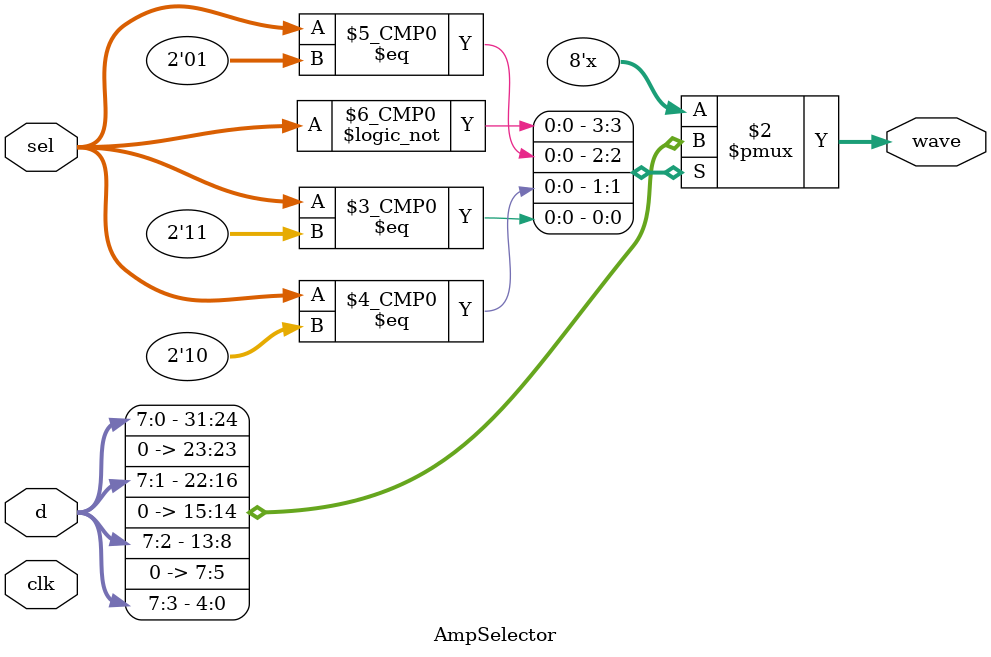
<source format=v>
module AmpSelector (input clk, input [1:0] sel, input [7:0] d,output reg[7:0] wave);
	always @(sel) begin
		case(sel)
			2'd0: wave <= d;
			2'd1: wave <= {1'b0,d[7:1]};
			2'd2: wave <= {2'b0,d[7:2]};
			2'd3: wave <= {3'b0,d[7:3]};
			default: wave <= d;
		endcase
	end
endmodule

</source>
